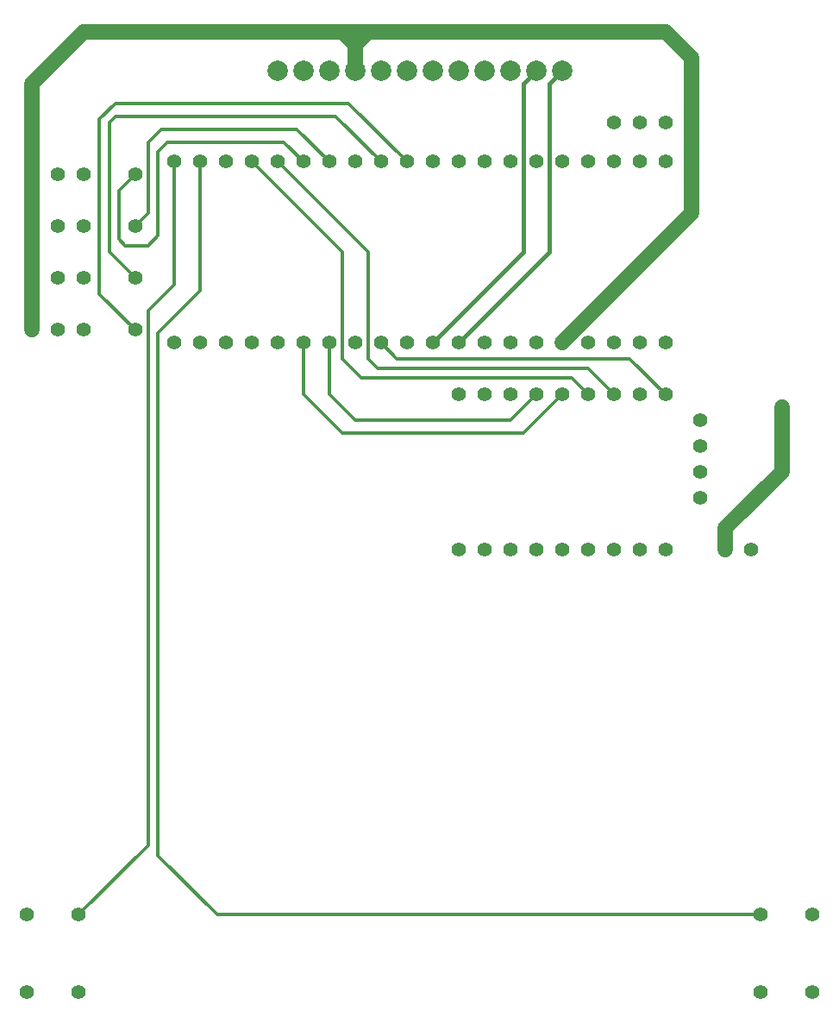
<source format=gtl>
G71*G90*G75*D02*
%ASAXBY*OFA0B0*MOMM*FSLAX44Y44*IPPOS*%
%ADD14C,0.300*%
%ADD15C,0.400*%
%ADD20C,1.400*%
%ADD21C,1.500*%
%ADD22C,2.000*%
G54D21*
G01X469900Y1854200D02*
X520700Y1905000D01*
X1117600Y1727200D02*
X990600Y1600200D01*
X1117600Y1879600D02*
Y1727200D01*
X1092200Y1905000D02*
X1117600Y1879600D01*
G54D14*
X635000Y1778000D02*
Y1651000D01*
X609600Y1778000D02*
Y1657350D01*
X652100Y1038500D02*
X1185500D01*
X711200Y1778000D02*
X800100Y1689100D01*
X685800Y1778000D02*
X774700Y1689100D01*
X812800Y1600200D02*
X828680Y1584330D01*
X1057280D02*
X1092200Y1549400D01*
X828680Y1584330D02*
X1057280D01*
X1041400Y1549400D02*
X1016000Y1574800D01*
X800100Y1689100D02*
Y1584330D01*
X809630Y1574800D02*
X1016000D01*
X800100Y1584330D02*
X809630Y1574800D01*
X774700Y1689100D02*
Y1584330D01*
X793750Y1565280D01*
X1000120D02*
X1016000Y1549400D01*
X793750Y1565280D02*
X1000120D01*
X939800Y1524000D02*
X965200Y1549400D01*
X762000Y1600200D02*
Y1549400D01*
X787400Y1524000D01*
X939800D01*
X952500Y1511300D02*
X990600Y1549400D01*
X774700Y1511300D02*
X952500D01*
X736600Y1600200D02*
Y1549400D01*
X774700Y1511300D01*
G54D20*
X465500Y962300D03*
X516300D03*
Y1038500D03*
X465500D03*
X1185500D03*
X1236300D03*
X1185500Y962300D03*
X1236300D03*
X1176600Y1397000D03*
X1151200D03*
X1092200D03*
X1066800D03*
X1041400D03*
X1016000D03*
X990600D03*
X965200D03*
X939800D03*
X914400D03*
X889000D03*
X1092200Y1549400D03*
X1066800D03*
X1041400D03*
X1016000D03*
X990600D03*
X965200D03*
X939800D03*
X914400D03*
X889000D03*
X1126700Y1524000D03*
Y1498600D03*
Y1473200D03*
Y1447800D03*
X609600Y1778000D03*
X635000D03*
X660400D03*
X685800D03*
X711200D03*
X736600D03*
X762000D03*
X787400D03*
X812800D03*
X838200D03*
X863600D03*
X889000D03*
X914400D03*
X939800D03*
X965200D03*
X990600D03*
X1016000D03*
X1041400D03*
X1066800D03*
X1092200D03*
X609600Y1600200D03*
X635000D03*
X660400D03*
X685800D03*
X711200D03*
X736600D03*
X762000D03*
X787400D03*
X812800D03*
X838200D03*
X863600D03*
X889000D03*
X914400D03*
X939800D03*
X965200D03*
X990600D03*
X1016000D03*
X1041400D03*
X1066800D03*
X1092200D03*
G54D14*
X717550Y1797050D02*
X736600Y1778000D01*
X730250Y1809750D02*
X762000Y1778000D01*
X768350Y1822450D02*
X812800Y1778000D01*
X838200D02*
X781050Y1835150D01*
G54D22*
X736600Y1866900D03*
X762000D03*
X787400D03*
X812800D03*
X838200D03*
X863600D03*
X889000D03*
X914400D03*
X939800D03*
X965200D03*
G54D14*
X603250Y1797050D02*
X717550D01*
G54D21*
X520700Y1905000D02*
X1092200D01*
X469900Y1612900D02*
Y1765300D01*
G54D20*
X495300D03*
X469900D03*
X495300Y1714500D03*
X469900D03*
X495300Y1663700D03*
X469900D03*
Y1612900D03*
X495300D03*
X520700D03*
X571500D03*
X520700Y1663700D03*
X571500D03*
X520700Y1714500D03*
X571500D03*
X520700Y1765300D03*
X571500D03*
G54D14*
Y1663700D02*
X546100Y1689100D01*
X536580Y1647820D02*
X571500Y1612900D01*
X561980Y1695450D02*
X584200D01*
X555630Y1749430D02*
Y1701800D01*
X561980Y1695450D01*
X571500Y1765300D02*
X555630Y1749430D01*
G54D21*
X469900Y1765300D02*
Y1854200D01*
G54D14*
X635000Y1651000D02*
X593730Y1609730D01*
Y1096870D02*
X652100Y1038500D01*
X593730Y1609730D02*
Y1096870D01*
Y1787530D02*
X603250Y1797050D01*
X584200Y1695450D02*
X593730Y1704980D01*
Y1787530D01*
X571500Y1714500D02*
X584200Y1727200D01*
Y1797050D01*
X596900Y1809750D02*
X730250D01*
X584200Y1797050D02*
X596900Y1809750D01*
X546100Y1816100D02*
X552450Y1822450D01*
Y1835150D02*
X536580Y1819280D01*
Y1647820D01*
X546100Y1689100D02*
Y1816100D01*
X552450Y1822450D02*
X768350D01*
X781050Y1835150D02*
X552450D01*
X609600Y1657350D02*
X584200Y1631950D01*
Y1106400D02*
X516300Y1038500D01*
X584200Y1631950D02*
Y1106400D01*
G54D20*
X1041400Y1816100D03*
X1066800D03*
X1092200D03*
G54D22*
X711200Y1866900D03*
X990600D03*
G54D15*
X952500Y1854200D02*
X965200Y1866900D01*
X977900Y1854200D02*
X990600Y1866900D01*
X952500Y1689100D02*
Y1854200D01*
X863600Y1600200D02*
X952500Y1689100D01*
X977900D02*
Y1854200D01*
X889000Y1600200D02*
X977900Y1689100D01*
G54D21*
X787400Y1866900D02*
Y1905000D01*
Y1892300D02*
X774700Y1905000D01*
X787400Y1892300D02*
X800100Y1905000D01*
X1151200Y1417900D02*
X1206500Y1473200D01*
X1151200Y1397000D02*
Y1417900D01*
X1206500Y1473200D02*
Y1536700D01*
G01X0Y0D02*
M02*

</source>
